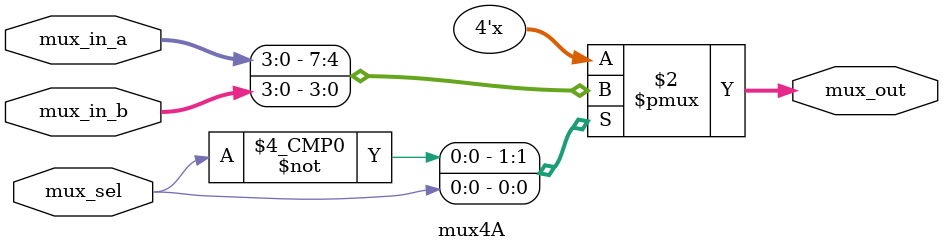
<source format=v>
`timescale 1ns / 1ps


module mux4A(
input[3:0] mux_in_a,mux_in_b,
input mux_sel,
output reg[3:0]mux_out

    );
    always@(*)
    begin
    case(mux_sel)
    1'b0:mux_out=mux_in_a;
    1'b1:mux_out=mux_in_b;
    endcase
    end
endmodule

</source>
